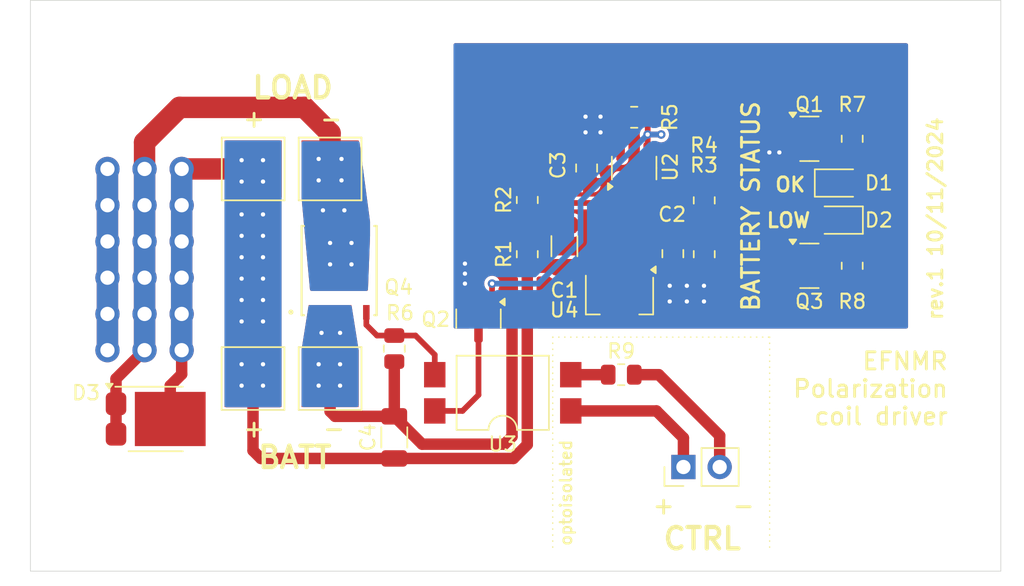
<source format=kicad_pcb>
(kicad_pcb (version 20240108) (generator "pcbnew") (generator_version "8.0")
  (layers (0 "F.Cu" signal) (31 "B.Cu" signal) (34 "B.Paste" user) (35 "F.Paste" user) (36 "B.SilkS" user "B.Silkscreen") (37 "F.SilkS" user "F.Silkscreen") (38 "B.Mask" user) (39 "F.Mask" user) (44 "Edge.Cuts" user))
  (net 0 "")
  (net 1 "BATTERY+")
  (net 2 "BATTERY-")
  (net 3 "+9V")
  (net 4 "BAT_REF")
  (net 5 "+4V5")
  (net 6 "V_DISABLE")
  (net 7 "Net-(Q2-D)")
  (net 8 "GATE_DRIVE")
  (net 9 "Net-(D1-A)")
  (net 10 "Net-(D2-K)")
  (net 11 "Net-(Q1-D)")
  (net 12 "Net-(Q3-D)")
  (net 13 "Net-(R9-Pad1)")
  (net 14 "Net-(J1-Pin_2)")
  (net 15 "Net-(J1-Pin_1)")
  (net 16 "Net-(J3-Pin_1)")
  (net 17 "Net-(J4-Pin_1)")
  (footprint "MountingHole:MountingHole_2.7mm_M2.5" (layer "F.Cu") (at 126.5 103.5)
    (property "Reference" "H3" (hide yes))
    (property "Value" "MountingHole")
    (pad "" np_thru_hole circle (at 0 0) (size 2.7 2.7) (drill 2.7) (layers "*.Cu" "*.Mask"))
  )
  (footprint "Connector_PinHeader_2.54mm:PinHeader_1x06_P2.54mm_Vertical" (layer "F.Cu") (at 105.4 111.813245)
    (property "Reference" "J4" (hide yes))
    (property "Value" "Conn_01x06_Socket")
    (pad "1" thru_hole circle (at 0 0) (size 1.7 1.7) (drill 1) (layers "*.Cu" "*.Mask") (net 17 "Net-(J4-Pin_1)"))
    (pad "2" thru_hole oval (at 0 2.54) (size 1.7 1.7) (drill 1) (layers "*.Cu" "*.Mask") (net 17 "Net-(J4-Pin_1)"))
    (pad "3" thru_hole oval (at 0 5.08) (size 1.7 1.7) (drill 1) (layers "*.Cu" "*.Mask") (net 17 "Net-(J4-Pin_1)"))
    (pad "4" thru_hole oval (at 0 7.62) (size 1.7 1.7) (drill 1) (layers "*.Cu" "*.Mask") (net 17 "Net-(J4-Pin_1)"))
    (pad "5" thru_hole oval (at 0 10.16) (size 1.7 1.7) (drill 1) (layers "*.Cu" "*.Mask") (net 17 "Net-(J4-Pin_1)"))
    (pad "6" thru_hole oval (at 0 12.7) (size 1.7 1.7) (drill 1) (layers "*.Cu" "*.Mask") (net 17 "Net-(J4-Pin_1)"))
  )
  (footprint "Package_TO_SOT_SMD:SOT-23" (layer "F.Cu") (at 154.5875 118.6)
    (property "Reference" "Q3" (at 0 2.5 0) (layer "F.SilkS"))
    (property "Value" "2N7002")
    (fp_line (start 0 -1.56) (end -0.65 -1.56) (stroke (width 0.12)) (layer "F.SilkS"))
    (fp_line (start 0 -1.56) (end 0.65 -1.56) (stroke (width 0.12)) (layer "F.SilkS"))
    (fp_line (start 0 1.56) (end -0.65 1.56) (stroke (width 0.12)) (layer "F.SilkS"))
    (fp_line (start 0 1.56) (end 0.65 1.56) (stroke (width 0.12)) (layer "F.SilkS"))
    (fp_poly (pts (xy -1.1625 -1.51) (xy -1.4025 -1.84) (xy -0.9225 -1.84) (xy -1.1625 -1.51)) (stroke (width 0.12)) (fill solid) (layer "F.SilkS"))
    (pad "1" smd roundrect (at -0.9375 -0.95) (size 1.475 0.6) (layers "F.Cu" "F.Paste" "F.Mask") (net 6 "V_DISABLE"))
    (pad "2" smd roundrect (at -0.9375 0.95) (size 1.475 0.6) (layers "F.Cu" "F.Paste" "F.Mask") (net 2 "BATTERY-"))
    (pad "3" smd roundrect (at 0.9375 0) (size 1.475 0.6) (layers "F.Cu" "F.Paste" "F.Mask") (net 12 "Net-(Q3-D)"))
  )
  (footprint "Package_TO_SOT_SMD:Nexperia_CFP15_SOT-1289" (layer "F.Cu") (at 108.78 129.335)
    (property "Reference" "D3" (at -4.88 -1.835 0) (layer "F.SilkS"))
    (property "Value" "PMEG045T150EIPD")
    (fp_line (start 1.9 -2.26) (end -2.83 -2.26) (stroke (width 0.12)) (layer "F.SilkS"))
    (fp_line (start 1.9 2.26) (end -1.9 2.26) (stroke (width 0.12)) (layer "F.SilkS"))
    (fp_poly (pts (xy -3.25 -2.14) (xy -3.01 -2.47) (xy -3.49 -2.47) (xy -3.25 -2.14)) (stroke (width 0.12)) (fill solid) (layer "F.SilkS"))
    (pad "1" smd roundrect (at -2.78 -1.065 180) (size 1.44 1.6) (layers "F.Cu" "F.Paste" "F.Mask") (net 16 "Net-(J3-Pin_1)"))
    (pad "2" smd roundrect (at -2.78 1.065 180) (size 1.44 1.6) (layers "F.Cu" "F.Paste" "F.Mask") (net 16 "Net-(J3-Pin_1)"))
    (pad "3" smd rect (at 1.02 0 180) (size 4.96 3.8) (layers "F.Cu" "F.Mask") (net 1 "BATTERY+"))
  )
  (footprint "MountingHole:MountingHole_2.7mm_M2.5" (layer "F.Cu") (at 103.5 136.5)
    (property "Reference" "H2" (hide yes))
    (property "Value" "MountingHole")
    (pad "" np_thru_hole circle (at 0 0) (size 2.7 2.7) (drill 2.7) (layers "*.Cu" "*.Mask"))
  )
  (footprint "Package_DIP:SMDIP-4_W9.53mm_Clearance8mm" (layer "F.Cu") (at 133.1 127.5 180)
    (property "Reference" "U3" (at 0 -3.6 180) (layer "F.SilkS"))
    (property "Value" "SFH617A-3X017T")
    (fp_line (start 3.235 2.6) (end 3.235 -2.6) (stroke (width 0.12)) (layer "F.SilkS"))
    (fp_line (start 3.235 -2.6) (end 1 -2.6) (stroke (width 0.12)) (layer "F.SilkS"))
    (fp_line (start -1 -2.6) (end -3.235 -2.6) (stroke (width 0.12)) (layer "F.SilkS"))
    (fp_line (start -3.235 2.6) (end 3.235 2.6) (stroke (width 0.12)) (layer "F.SilkS"))
    (fp_line (start -3.235 -2.6) (end -3.235 2.6) (stroke (width 0.12)) (layer "F.SilkS"))
    (fp_arc (start 1 -2.6) (mid 0 -1.6) (end -1 -2.6) (stroke (width 0.12)) (layer "F.SilkS"))
    (pad "1" smd rect (at -4.765 -1.27 180) (size 1.5 1.78) (layers "F.Cu" "F.Paste" "F.Mask") (net 15 "Net-(J1-Pin_1)"))
    (pad "2" smd rect (at -4.765 1.27 180) (size 1.5 1.78) (layers "F.Cu" "F.Paste" "F.Mask") (net 13 "Net-(R9-Pad1)"))
    (pad "3" smd rect (at 4.765 1.27 180) (size 1.5 1.78) (layers "F.Cu" "F.Paste" "F.Mask") (net 8 "GATE_DRIVE"))
    (pad "4" smd rect (at 4.765 -1.27 180) (size 1.5 1.78) (layers "F.Cu" "F.Paste" "F.Mask") (net 7 "Net-(Q2-D)"))
  )
  (footprint "MountingHole:MountingHole_2.7mm_M2.5" (layer "F.Cu") (at 164.5 136.5)
    (property "Reference" "H4" (hide yes))
    (property "Value" "MountingHole")
    (pad "" np_thru_hole circle (at 0 0) (size 2.7 2.7) (drill 2.7) (layers "*.Cu" "*.Mask"))
  )
  (footprint "Resistor_SMD:R_0805_2012Metric" (layer "F.Cu") (at 157.5875 118.6 -90)
    (property "Reference" "R8" (at 2.5 0 180) (layer "F.SilkS"))
    (property "Value" "10k 125mW 1%")
    (fp_line (start -0.227064 0.735) (end 0.227064 0.735) (stroke (width 0.12)) (layer "F.SilkS"))
    (fp_line (start -0.227064 -0.735) (end 0.227064 -0.735) (stroke (width 0.12)) (layer "F.SilkS"))
    (pad "1" smd roundrect (at -0.9125 0 270) (size 1.025 1.4) (layers "F.Cu" "F.Paste" "F.Mask") (roundrect_rratio 0.243902439) (net 10 "Net-(D2-K)"))
    (pad "2" smd roundrect (at 0.9125 0 270) (size 1.025 1.4) (layers "F.Cu" "F.Paste" "F.Mask") (roundrect_rratio 0.243902439) (net 12 "Net-(Q3-D)"))
  )
  (footprint "MountingHole:MountingHole_2.7mm_M2.5" (layer "F.Cu") (at 103.5 103.5)
    (property "Reference" "H1" (hide yes))
    (property "Value" "MountingHole")
    (pad "" np_thru_hole circle (at 0 0) (size 2.7 2.7) (drill 2.7) (layers "*.Cu" "*.Mask"))
  )
  (footprint "Resistor_SMD:R_0805_2012Metric" (layer "F.Cu") (at 125.5 124.4 -90)
    (property "Reference" "R6" (at -2.5 -0.4 180) (layer "F.SilkS"))
    (property "Value" "10k 125mW 1%")
    (fp_line (start -0.227064 0.735) (end 0.227064 0.735) (stroke (width 0.12)) (layer "F.SilkS"))
    (fp_line (start -0.227064 -0.735) (end 0.227064 -0.735) (stroke (width 0.12)) (layer "F.SilkS"))
    (pad "1" smd roundrect (at -0.9125 0 270) (size 1.025 1.4) (layers "F.Cu" "F.Paste" "F.Mask") (roundrect_rratio 0.243902439) (net 8 "GATE_DRIVE"))
    (pad "2" smd roundrect (at 0.9125 0 270) (size 1.025 1.4) (layers "F.Cu" "F.Paste" "F.Mask") (roundrect_rratio 0.243902439) (net 2 "BATTERY-"))
  )
  (footprint "Connector_PinHeader_2.54mm:PinHeader_1x06_P2.54mm_Vertical" (layer "F.Cu") (at 108 111.813245)
    (property "Reference" "J3" (hide yes))
    (property "Value" "Conn_01x06_Socket")
    (pad "1" thru_hole circle (at 0 0) (size 1.7 1.7) (drill 1) (layers "*.Cu" "*.Mask") (net 16 "Net-(J3-Pin_1)"))
    (pad "2" thru_hole oval (at 0 2.54) (size 1.7 1.7) (drill 1) (layers "*.Cu" "*.Mask") (net 16 "Net-(J3-Pin_1)"))
    (pad "3" thru_hole oval (at 0 5.08) (size 1.7 1.7) (drill 1) (layers "*.Cu" "*.Mask") (net 16 "Net-(J3-Pin_1)"))
    (pad "4" thru_hole oval (at 0 7.62) (size 1.7 1.7) (drill 1) (layers "*.Cu" "*.Mask") (net 16 "Net-(J3-Pin_1)"))
    (pad "5" thru_hole oval (at 0 10.16) (size 1.7 1.7) (drill 1) (layers "*.Cu" "*.Mask") (net 16 "Net-(J3-Pin_1)"))
    (pad "6" thru_hole oval (at 0 12.7) (size 1.7 1.7) (drill 1) (layers "*.Cu" "*.Mask") (net 16 "Net-(J3-Pin_1)"))
  )
  (footprint "MountingHole:MountingHole_2.7mm_M2.5" (layer "F.Cu") (at 126.5 136.5)
    (property "Reference" "H5" (hide yes))
    (property "Value" "MountingHole")
    (pad "" np_thru_hole circle (at 0 0) (size 2.7 2.7) (drill 2.7) (layers "*.Cu" "*.Mask"))
  )
  (footprint "TestPoint:TestPoint_Pad_4.0x4.0mm" (layer "F.Cu") (at 121 111.813245)
    (property "Reference" "TP4" (hide yes))
    (property "Value" "TestPoint")
    (fp_line (start -2.2 -2.2) (end 2.2 -2.2) (stroke (width 0.12)) (layer "F.SilkS"))
    (fp_line (start -2.2 2.2) (end -2.2 -2.2) (stroke (width 0.12)) (layer "F.SilkS"))
    (fp_line (start 2.2 -2.2) (end 2.2 2.2) (stroke (width 0.12)) (layer "F.SilkS"))
    (fp_line (start 2.2 2.2) (end -2.2 2.2) (stroke (width 0.12)) (layer "F.SilkS"))
    (pad "1" smd rect (at 0 0) (size 4 4) (layers "F.Cu" "F.Mask") (net 16 "Net-(J3-Pin_1)") (thermal_bridge_width 2))
  )
  (footprint "MountingHole:MountingHole_2.7mm_M2.5" (layer "F.Cu") (at 164.5 103.5)
    (property "Reference" "H8" (hide yes))
    (property "Value" "MountingHole")
    (pad "" np_thru_hole circle (at 0 0) (size 2.7 2.7) (drill 2.7) (layers "*.Cu" "*.Mask"))
  )
  (footprint "Package_TO_SOT_SMD:SOT-23-5" (layer "F.Cu") (at 142.306606 111.75 90)
    (property "Reference" "U2" (at 0.064297 2.533424 -90) (layer "F.SilkS"))
    (property "Value" "TL331")
    (fp_line (start 0 -1.56) (end 0.8 -1.56) (stroke (width 0.12)) (layer "F.SilkS"))
    (fp_line (start 0 -1.56) (end -0.8 -1.56) (stroke (width 0.12)) (layer "F.SilkS"))
    (fp_line (start 0 1.56) (end 0.8 1.56) (stroke (width 0.12)) (layer "F.SilkS"))
    (fp_line (start 0 1.56) (end -0.8 1.56) (stroke (width 0.12)) (layer "F.SilkS"))
    (fp_poly (pts (xy -1.3 -1.51) (xy -1.54 -1.84) (xy -1.06 -1.84) (xy -1.3 -1.51)) (stroke (width 0.12)) (fill solid) (layer "F.SilkS"))
    (pad "1" smd roundrect (at -1.1375 -0.95 90) (size 1.325 0.6) (layers "F.Cu" "F.Paste" "F.Mask") (net 4 "BAT_REF"))
    (pad "2" smd roundrect (at -1.1375 0 90) (size 1.325 0.6) (layers "F.Cu" "F.Paste" "F.Mask") (net 2 "BATTERY-"))
    (pad "3" smd roundrect (at -1.1375 0.95 90) (size 1.325 0.6) (layers "F.Cu" "F.Paste" "F.Mask") (net 5 "+4V5"))
    (pad "4" smd roundrect (at 1.1375 0.95 90) (size 1.325 0.6) (layers "F.Cu" "F.Paste" "F.Mask") (net 6 "V_DISABLE"))
    (pad "5" smd roundrect (at 1.1375 -0.95 90) (size 1.325 0.6) (layers "F.Cu" "F.Paste" "F.Mask") (net 3 "+9V"))
  )
  (footprint "TestPoint:TestPoint_Pad_4.0x4.0mm" (layer "F.Cu") (at 115.6 126.5)
    (property "Reference" "TP1" (hide yes))
    (property "Value" "TestPoint")
    (fp_line (start -2.2 -2.2) (end 2.2 -2.2) (stroke (width 0.12)) (layer "F.SilkS"))
    (fp_line (start -2.2 2.2) (end -2.2 -2.2) (stroke (width 0.12)) (layer "F.SilkS"))
    (fp_line (start 2.2 -2.2) (end 2.2 2.2) (stroke (width 0.12)) (layer "F.SilkS"))
    (fp_line (start 2.2 2.2) (end -2.2 2.2) (stroke (width 0.12)) (layer "F.SilkS"))
    (pad "1" smd rect (at 0 0) (size 4 4) (layers "F.Cu" "F.Mask") (net 1 "BATTERY+"))
  )
  (footprint "Resistor_SMD:R_0805_2012Metric" (layer "F.Cu") (at 134.81875 113.9875 90)
    (property "Reference" "R2" (at 0 -1.65 -90) (layer "F.SilkS"))
    (property "Value" "4k7 125mW 5%")
    (fp_line (start -0.227064 -0.735) (end 0.227064 -0.735) (stroke (width 0.12)) (layer "F.SilkS"))
    (fp_line (start -0.227064 0.735) (end 0.227064 0.735) (stroke (width 0.12)) (layer "F.SilkS"))
    (pad "1" smd roundrect (at -0.9125 0 90) (size 1.025 1.4) (layers "F.Cu" "F.Paste" "F.Mask") (roundrect_rratio 0.243902439) (net 4 "BAT_REF"))
    (pad "2" smd roundrect (at 0.9125 0 90) (size 1.025 1.4) (layers "F.Cu" "F.Paste" "F.Mask") (roundrect_rratio 0.243902439) (net 2 "BATTERY-"))
  )
  (footprint "Package_TO_SOT_SMD:SOT-23" (layer "F.Cu") (at 131.4 122.3 -90)
    (property "Reference" "Q2" (at 0.05 3 180) (layer "F.SilkS"))
    (property "Value" "BSS84")
    (fp_line (start 0 1.56) (end -0.65 1.56) (stroke (width 0.12)) (layer "F.SilkS"))
    (fp_line (start 0 1.56) (end 0.65 1.56) (stroke (width 0.12)) (layer "F.SilkS"))
    (fp_line (start 0 -1.56) (end -0.65 -1.56) (stroke (width 0.12)) (layer "F.SilkS"))
    (fp_line (start 0 -1.56) (end 0.65 -1.56) (stroke (width 0.12)) (layer "F.SilkS"))
    (fp_poly (pts (xy -1.1625 -1.51) (xy -1.4025 -1.84) (xy -0.9225 -1.84) (xy -1.1625 -1.51)) (stroke (width 0.12)) (fill solid) (layer "F.SilkS"))
    (pad "1" smd roundrect (at -0.9375 -0.95 270) (size 1.475 0.6) (layers "F.Cu" "F.Paste" "F.Mask") (net 6 "V_DISABLE"))
    (pad "2" smd roundrect (at -0.9375 0.95 270) (size 1.475 0.6) (layers "F.Cu" "F.Paste" "F.Mask") (net 3 "+9V"))
    (pad "3" smd roundrect (at 0.9375 0 270) (size 1.475 0.6) (layers "F.Cu" "F.Paste" "F.Mask") (net 7 "Net-(Q2-D)"))
  )
  (footprint "Package_TO_SOT_SMD:SOT-23" (layer "F.Cu") (at 154.5875 109.7)
    (property "Reference" "Q1" (at 0 -2.4 0) (layer "F.SilkS"))
    (property "Value" "BSS84")
    (fp_line (start 0 -1.56) (end -0.65 -1.56) (stroke (width 0.12)) (layer "F.SilkS"))
    (fp_line (start 0 -1.56) (end 0.65 -1.56) (stroke (width 0.12)) (layer "F.SilkS"))
    (fp_line (start 0 1.56) (end -0.65 1.56) (stroke (width 0.12)) (layer "F.SilkS"))
    (fp_line (start 0 1.56) (end 0.65 1.56) (stroke (width 0.12)) (layer "F.SilkS"))
    (fp_poly (pts (xy -1.1625 -1.51) (xy -1.4025 -1.84) (xy -0.9225 -1.84) (xy -1.1625 -1.51)) (stroke (width 0.12)) (fill solid) (layer "F.SilkS"))
    (pad "1" smd roundrect (at -0.9375 -0.95) (size 1.475 0.6) (layers "F.Cu" "F.Paste" "F.Mask") (net 6 "V_DISABLE"))
    (pad "2" smd roundrect (at -0.9375 0.95) (size 1.475 0.6) (layers "F.Cu" "F.Paste" "F.Mask") (net 3 "+9V"))
    (pad "3" smd roundrect (at 0.9375 0) (size 1.475 0.6) (layers "F.Cu" "F.Paste" "F.Mask") (net 11 "Net-(Q1-D)"))
  )
  (footprint "Resistor_SMD:R_0805_2012Metric" (layer "F.Cu") (at 134.81875 117.7875 90)
    (property "Reference" "R1" (at 0 -1.65 -90) (layer "F.SilkS"))
    (property "Value" "10k 125mW 1%")
    (fp_line (start -0.227064 -0.735) (end 0.227064 -0.735) (stroke (width 0.12)) (layer "F.SilkS"))
    (fp_line (start -0.227064 0.735) (end 0.227064 0.735) (stroke (width 0.12)) (layer "F.SilkS"))
    (pad "1" smd roundrect (at -0.9125 0 90) (size 1.025 1.4) (layers "F.Cu" "F.Paste" "F.Mask") (roundrect_rratio 0.243902439) (net 1 "BATTERY+"))
    (pad "2" smd roundrect (at 0.9125 0 90) (size 1.025 1.4) (layers "F.Cu" "F.Paste" "F.Mask") (roundrect_rratio 0.243902439) (net 4 "BAT_REF"))
  )
  (footprint "Connector_PinHeader_2.54mm:PinHeader_1x02_P2.54mm_Vertical" (layer "F.Cu") (at 145.76 132.7 90)
    (property "Reference" "J1" (hide yes))
    (property "Value" "Conn_01x02")
    (fp_line (start -1.33 -1.33) (end 0 -1.33) (stroke (width 0.12)) (layer "F.SilkS"))
    (fp_line (start -1.33 0) (end -1.33 -1.33) (stroke (width 0.12)) (layer "F.SilkS"))
    (fp_line (start 1.33 1.27) (end 1.33 3.87) (stroke (width 0.12)) (layer "F.SilkS"))
    (fp_line (start -1.33 1.27) (end 1.33 1.27) (stroke (width 0.12)) (layer "F.SilkS"))
    (fp_line (start -1.33 1.27) (end -1.33 3.87) (stroke (width 0.12)) (layer "F.SilkS"))
    (fp_line (start -1.33 3.87) (end 1.33 3.87) (stroke (width 0.12)) (layer "F.SilkS"))
    (pad "1" thru_hole rect (at 0 0 90) (size 1.7 1.7) (drill 1) (layers "*.Cu" "*.Mask") (net 15 "Net-(J1-Pin_1)"))
    (pad "2" thru_hole oval (at 0 2.54 90) (size 1.7 1.7) (drill 1) (layers "*.Cu" "*.Mask") (net 14 "Net-(J1-Pin_2)"))
  )
  (footprint "Capacitor_SMD:C_1206_3216Metric" (layer "F.Cu") (at 137.41875 117.225 90)
    (property "Reference" "C1" (at -3.090937 0 0) (layer "F.SilkS"))
    (property "Value" "330n 25V X7R")
    (fp_line (start -0.711252 -0.91) (end 0.711252 -0.91) (stroke (width 0.12)) (layer "F.SilkS"))
    (fp_line (start -0.711252 0.91) (end 0.711252 0.91) (stroke (width 0.12)) (layer "F.SilkS"))
    (pad "1" smd roundrect (at -1.475 0 90) (size 1.15 1.8) (layers "F.Cu" "F.Paste" "F.Mask") (roundrect_rratio 0.2173913043) (net 1 "BATTERY+"))
    (pad "2" smd roundrect (at 1.475 0 90) (size 1.15 1.8) (layers "F.Cu" "F.Paste" "F.Mask") (roundrect_rratio 0.2173913043) (net 2 "BATTERY-"))
  )
  (footprint "Capacitor_SMD:C_1206_3216Metric" (layer "F.Cu") (at 125.5 130.625 90)
    (property "Reference" "C4" (at 0 -1.85 -90) (layer "F.SilkS"))
    (property "Value" "10u 50V X5R")
    (fp_line (start -0.711252 -0.91) (end 0.711252 -0.91) (stroke (width 0.12)) (layer "F.SilkS"))
    (fp_line (start -0.711252 0.91) (end 0.711252 0.91) (stroke (width 0.12)) (layer "F.SilkS"))
    (pad "1" smd roundrect (at -1.475 0 90) (size 1.15 1.8) (layers "F.Cu" "F.Paste" "F.Mask") (roundrect_rratio 0.2173913043) (net 1 "BATTERY+"))
    (pad "2" smd roundrect (at 1.475 0 90) (size 1.15 1.8) (layers "F.Cu" "F.Paste" "F.Mask") (roundrect_rratio 0.2173913043) (net 2 "BATTERY-"))
  )
  (footprint "MountingHole:MountingHole_2.7mm_M2.5" (layer "F.Cu") (at 110 136.5)
    (property "Reference" "H7" (hide yes))
    (property "Value" "MountingHole")
    (pad "" np_thru_hole circle (at 0 0) (size 2.7 2.7) (drill 2.7) (layers "*.Cu" "*.Mask"))
  )
  (footprint "LED_SMD:LED_0805_2012Metric" (layer "F.Cu") (at 156.65 115.4 180)
    (property "Reference" "D2" (at -2.8 0 180) (layer "F.SilkS"))
    (property "Value" "RED LED")
    (fp_line (start 1 -0.96) (end -1.685 -0.96) (stroke (width 0.12)) (layer "F.SilkS"))
    (fp_line (start -1.685 0.96) (end 1 0.96) (stroke (width 0.12)) (layer "F.SilkS"))
    (fp_line (start -1.685 -0.96) (end -1.685 0.96) (stroke (width 0.12)) (layer "F.SilkS"))
    (pad "1" smd roundrect (at -0.9375 0 180) (size 0.975 1.4) (layers "F.Cu" "F.Paste" "F.Mask") (net 10 "Net-(D2-K)"))
    (pad "2" smd roundrect (at 0.9375 0 180) (size 0.975 1.4) (layers "F.Cu" "F.Paste" "F.Mask") (net 3 "+9V"))
  )
  (footprint "Resistor_SMD:R_0805_2012Metric" (layer "F.Cu") (at 157.5875 109.7 -90)
    (property "Reference" "R7" (at -2.4 0 180) (layer "F.SilkS"))
    (property "Value" "10k 125mW 1%")
    (fp_line (start -0.227064 0.735) (end 0.227064 0.735) (stroke (width 0.12)) (layer "F.SilkS"))
    (fp_line (start -0.227064 -0.735) (end 0.227064 -0.735) (stroke (width 0.12)) (layer "F.SilkS"))
    (pad "1" smd roundrect (at -0.9125 0 270) (size 1.025 1.4) (layers "F.Cu" "F.Paste" "F.Mask") (roundrect_rratio 0.243902439) (net 11 "Net-(Q1-D)"))
    (pad "2" smd roundrect (at 0.9125 0 270) (size 1.025 1.4) (layers "F.Cu" "F.Paste" "F.Mask") (roundrect_rratio 0.243902439) (net 9 "Net-(D1-A)"))
  )
  (footprint "Resistor_SMD:R_0805_2012Metric" (layer "F.Cu") (at 147.21875 114.015937 90)
    (property "Reference" "R4" (at 3.865937 -0.01875 0) (layer "F.SilkS"))
    (property "Value" "10k 125mW 1%")
    (fp_line (start -0.227064 -0.735) (end 0.227064 -0.735) (stroke (width 0.12)) (layer "F.SilkS"))
    (fp_line (start -0.227064 0.735) (end 0.227064 0.735) (stroke (width 0.12)) (layer "F.SilkS"))
    (pad "1" smd roundrect (at -0.9125 0 90) (size 1.025 1.4) (layers "F.Cu" "F.Paste" "F.Mask") (roundrect_rratio 0.243902439) (net 5 "+4V5"))
    (pad "2" smd roundrect (at 0.9125 0 90) (size 1.025 1.4) (layers "F.Cu" "F.Paste" "F.Mask") (roundrect_rratio 0.243902439) (net 2 "BATTERY-"))
  )
  (footprint "Resistor_SMD:R_0805_2012Metric" (layer "F.Cu") (at 141.4 126.23)
    (property "Reference" "R9" (at 0 -1.65 0) (layer "F.SilkS"))
    (property "Value" "560R 125mW 0.1%")
    (fp_line (start -0.227064 -0.735) (end 0.227064 -0.735) (stroke (width 0.12)) (layer "F.SilkS"))
    (fp_line (start -0.227064 0.735) (end 0.227064 0.735) (stroke (width 0.12)) (layer "F.SilkS"))
    (pad "1" smd roundrect (at -0.9125 0) (size 1.025 1.4) (layers "F.Cu" "F.Paste" "F.Mask") (roundrect_rratio 0.243902439) (net 13 "Net-(R9-Pad1)"))
    (pad "2" smd roundrect (at 0.9125 0) (size 1.025 1.4) (layers "F.Cu" "F.Paste" "F.Mask") (roundrect_rratio 0.243902439) (net 14 "Net-(J1-Pin_2)"))
  )
  (footprint "Capacitor_SMD:C_0805_2012Metric" (layer "F.Cu") (at 145.01875 117.75 90)
    (property "Reference" "C2" (at 2.75 -0.051702 0) (layer "F.SilkS"))
    (property "Value" "100n 25V X7R")
    (fp_line (start -0.261252 -0.735) (end 0.261252 -0.735) (stroke (width 0.12)) (layer "F.SilkS"))
    (fp_line (start -0.261252 0.735) (end 0.261252 0.735) (stroke (width 0.12)) (layer "F.SilkS"))
    (pad "1" smd roundrect (at -0.95 0 90) (size 1 1.45) (layers "F.Cu" "F.Paste" "F.Mask") (net 3 "+9V"))
    (pad "2" smd roundrect (at 0.95 0 90) (size 1 1.45) (layers "F.Cu" "F.Paste" "F.Mask") (net 2 "BATTERY-"))
  )
  (footprint "TestPoint:TestPoint_Pad_4.0x4.0mm" (layer "F.Cu") (at 121 126.5)
    (property "Reference" "TP2" (hide yes))
    (property "Value" "TestPoint")
    (fp_line (start -2.2 -2.2) (end 2.2 -2.2) (stroke (width 0.12)) (layer "F.SilkS"))
    (fp_line (start -2.2 2.2) (end -2.2 -2.2) (stroke (width 0.12)) (layer "F.SilkS"))
    (fp_line (start 2.2 -2.2) (end 2.2 2.2) (stroke (width 0.12)) (layer "F.SilkS"))
    (fp_line (start 2.2 2.2) (end -2.2 2.2) (stroke (width 0.12)) (layer "F.SilkS"))
    (pad "1" smd rect (at 0 0) (size 4 4) (layers "F.Cu" "F.Mask") (net 2 "BATTERY-") (thermal_bridge_width 2))
  )
  (footprint "Connector_PinHeader_2.54mm:PinHeader_1x06_P2.54mm_Vertical" (layer "F.Cu") (at 110.6 111.813245)
    (property "Reference" "J2" (hide yes))
    (property "Value" "Conn_01x06_Socket")
    (pad "1" thru_hole circle (at 0 0) (size 1.7 1.7) (drill 1) (layers "*.Cu" "*.Mask") (net 1 "BATTERY+"))
    (pad "2" thru_hole oval (at 0 2.54) (size 1.7 1.7) (drill 1) (layers "*.Cu" "*.Mask") (net 1 "BATTERY+"))
    (pad "3" thru_hole oval (at 0 5.08) (size 1.7 1.7) (drill 1) (layers "*.Cu" "*.Mask") (net 1 "BATTERY+"))
    (pad "4" thru_hole oval (at 0 7.62) (size 1.7 1.7) (drill 1) (layers "*.Cu" "*.Mask") (net 1 "BATTERY+"))
    (pad "5" thru_hole oval (at 0 10.16) (size 1.7 1.7) (drill 1) (layers "*.Cu" "*.Mask") (net 1 "BATTERY+"))
    (pad "6" thru_hole oval (at 0 12.7) (size 1.7 1.7) (drill 1) (layers "*.Cu" "*.Mask") (net 1 "BATTERY+"))
  )
  (footprint "Capacitor_SMD:C_0805_2012Metric" (layer "F.Cu") (at 138.975852 111.75 -90)
    (property "Reference" "C3" (at -0.1929 2.009382 90) (layer "F.SilkS"))
    (property "Value" "100n 25V X7R")
    (fp_line (start -0.261252 0.735) (end 0.261252 0.735) (stroke (width 0.12)) (layer "F.SilkS"))
    (fp_line (start -0.261252 -0.735) (end 0.261252 -0.735) (stroke (width 0.12)) (layer "F.SilkS"))
    (pad "1" smd roundrect (at -0.95 0 270) (size 1 1.45) (layers "F.Cu" "F.Paste" "F.Mask") (net 3 "+9V"))
    (pad "2" smd roundrect (at 0.95 0 270) (size 1 1.45) (layers "F.Cu" "F.Paste" "F.Mask") (net 2 "BATTERY-"))
  )
  (footprint "LED_SMD:LED_0805_2012Metric" (layer "F.Cu") (at 156.65 112.8)
    (property "Reference" "D1" (at 2.8 0 0) (layer "F.SilkS"))
    (property "Value" "GREEN LED")
    (fp_line (start -1.685 -0.96) (end -1.685 0.96) (stroke (width 0.12)) (layer "F.SilkS"))
    (fp_line (start -1.685 0.96) (end 1 0.96) (stroke (width 0.12)) (layer "F.SilkS"))
    (fp_line (start 1 -0.96) (end -1.685 -0.96) (stroke (width 0.12)) (layer "F.SilkS"))
    (pad "1" smd roundrect (at -0.9375 0) (size 0.975 1.4) (layers "F.Cu" "F.Paste" "F.Mask") (net 2 "BATTERY-"))
    (pad "2" smd roundrect (at 0.9375 0) (size 0.975 1.4) (layers "F.Cu" "F.Paste" "F.Mask") (net 9 "Net-(D1-A)"))
  )
  (footprint "TestPoint:TestPoint_Pad_4.0x4.0mm" (layer "F.Cu") (at 115.61 111.813245)
    (property "Reference" "TP3" (hide yes))
    (property "Value" "TestPoint")
    (fp_line (start -2.2 -2.2) (end 2.2 -2.2) (stroke (width 0.12)) (layer "F.SilkS"))
    (fp_line (start -2.2 2.2) (end -2.2 -2.2) (stroke (width 0.12)) (layer "F.SilkS"))
    (fp_line (start 2.2 -2.2) (end 2.2 2.2) (stroke (width 0.12)) (layer "F.SilkS"))
    (fp_line (start 2.2 2.2) (end -2.2 2.2) (stroke (width 0.12)) (layer "F.SilkS"))
    (pad "1" smd rect (at 0 0) (size 4 4) (layers "F.Cu" "F.Mask") (net 1 "BATTERY+"))
  )
  (footprint "Resistor_SMD:R_0805_2012Metric" (layer "F.Cu") (at 147.21875 117.7875 90)
    (property "Reference" "R3" (at 6.2375 -0.01875 0) (layer "F.SilkS"))
    (property "Value" "10k 125mW 1%")
    (fp_line (start -0.227064 -0.735) (end 0.227064 -0.735) (stroke (width 0.12)) (layer "F.SilkS"))
    (fp_line (start -0.227064 0.735) (end 0.227064 0.735) (stroke (width 0.12)) (layer "F.SilkS"))
    (pad "1" smd roundrect (at -0.9125 0 90) (size 1.025 1.4) (layers "F.Cu" "F.Paste" "F.Mask") (roundrect_rratio 0.243902439) (net 3 "+9V"))
    (pad "2" smd roundrect (at 0.9125 0 90) (size 1.025 1.4) (layers "F.Cu" "F.Paste" "F.Mask") (roundrect_rratio 0.243902439) (net 5 "+4V5"))
  )
  (footprint "MountingHole:MountingHole_2.7mm_M2.5" (layer "F.Cu") (at 110 103.5)
    (property "Reference" "H6" (hide yes))
    (property "Value" "MountingHole")
    (pad "" np_thru_hole circle (at 0 0) (size 2.7 2.7) (drill 2.7) (layers "*.Cu" "*.Mask"))
  )
  (footprint "Resistor_SMD:R_0805_2012Metric" (layer "F.Cu") (at 142.308811 108.191189)
    (property "Reference" "R5" (at 2.5 0 90) (layer "F.SilkS"))
    (property "Value" "10k 125mW 1%")
    (fp_line (start -0.227064 -0.735) (end 0.227064 -0.735) (stroke (width 0.12)) (layer "F.SilkS"))
    (fp_line (start -0.227064 0.735) (end 0.227064 0.735) (stroke (width 0.12)) (layer "F.SilkS"))
    (pad "1" smd roundrect (at -0.9125 0) (size 1.025 1.4) (layers "F.Cu" "F.Paste" "F.Mask") (roundrect_rratio 0.243902439) (net 3 "+9V"))
    (pad "2" smd roundrect (at 0.9125 0) (size 1.025 1.4) (layers "F.Cu" "F.Paste" "F.Mask") (roundrect_rratio 0.243902439) (net 6 "V_DISABLE"))
  )
  (footprint "Transformer_SMD:SI7469ADP-T1-RE3_VIS" (layer "F.Cu") (at 121.635 118.935045 90)
    (property "Reference" "Q4" (at -1.164955 4.165 0) (layer "F.SilkS"))
    (property "Value" "SIR638ADP-T1-RE3")
    (fp_line (start 3.1242 -2.6289) (end -3.1242 -2.6289) (stroke (width 0.1524)) (layer "F.SilkS"))
    (fp_line (start -3.1242 -2.6289) (end -3.1242 -2.46634) (stroke (width 0.1524)) (layer "F.SilkS"))
    (fp_line (start 3.1242 -2.46634) (end 3.1242 -2.6289) (stroke (width 0.1524)) (layer "F.SilkS"))
    (fp_line (start -3.1242 2.46634) (end -3.1242 2.6289) (stroke (width 0.1524)) (layer "F.SilkS"))
    (fp_line (start 3.1242 2.6289) (end 3.1242 2.46634) (stroke (width 0.1524)) (layer "F.SilkS"))
    (fp_line (start -3.1242 2.6289) (end 3.1242 2.6289) (stroke (width 0.1524)) (layer "F.SilkS"))
    (fp_circle (center -2.91 -3.38) (end -2.8084 -3.38) (stroke (width 0.1524)) (fill none) (layer "F.SilkS"))
    (pad "1" smd rect (at -2.9218 -1.905 90) (size 1.016 0.4572) (layers "F.Cu" "F.Paste" "F.Mask") (net 2 "BATTERY-"))
    (pad "2" smd rect (at -2.9218 -0.635 90) (size 1.016 0.4572) (layers "F.Cu" "F.Paste" "F.Mask") (net 2 "BATTERY-"))
    (pad "3" smd rect (at -2.9218 0.635 90) (size 1.016 0.4572) (layers "F.Cu" "F.Paste" "F.Mask") (net 2 "BATTERY-"))
    (pad "4" smd rect (at -2.9218 1.905 90) (size 1.016 0.4572) (layers "F.Cu" "F.Paste" "F.Mask") (net 8 "GATE_DRIVE"))
    (pad "5" smd rect (at 0.5 0 90) (size 3.835 3.988) (layers "F.Cu" "F.Paste" "F.Mask") (net 16 "Net-(J3-Pin_1)"))
    (pad "5" smd rect (at 2.9218 1.905 90) (size 1.016 0.4572) (layers "F.Cu" "F.Paste" "F.Mask") (net 16 "Net-(J3-Pin_1)"))
    (pad "6" smd rect (at 2.9218 0.635 90) (size 1.016 0.4572) (layers "F.Cu" "F.Paste" "F.Mask") (net 16 "Net-(J3-Pin_1)"))
    (pad "7" smd rect (at 2.9218 -0.635 90) (size 1.016 0.4572) (layers "F.Cu" "F.Paste" "F.Mask") (net 16 "Net-(J3-Pin_1)"))
    (pad "8" smd rect (at 2.9218 -1.905 90) (size 1.016 0.4572) (layers "F.Cu" "F.Paste" "F.Mask") (net 16 "Net-(J3-Pin_1)"))
  )
  (footprint "Package_TO_SOT_SMD:SOT-89-3" (layer "F.Cu") (at 141.28125 120.65 -90)
    (property "Reference" "U4" (at 1.05 3.88125 180) (layer "F.SilkS"))
    (property "Value" "L78L09_SOT89")
    (fp_line (start 1.36 2.36) (end -1.36 2.36) (stroke (width 0.12)) (layer "F.SilkS"))
    (fp_line (start 1.36 1.38) (end 1.36 2.36) (stroke (width 0.12)) (layer "F.SilkS"))
    (fp_line (start 1.36 -1.38) (end 1.36 -2.36) (stroke (width 0.12)) (layer "F.SilkS"))
    (fp_line (start -1.22 -2.36) (end 1.36 -2.36) (stroke (width 0.12)) (layer "F.SilkS"))
    (fp_poly (pts (xy -1.77 -2.21) (xy -2.01 -2.54) (xy -1.53 -2.54) (xy -1.77 -2.21)) (stroke (width 0.12)) (fill solid) (layer "F.SilkS"))
    (pad "1" smd roundrect (at -1.95 -1.5 270) (size 1.3 0.9) (layers "F.Cu" "F.Paste" "F.Mask") (net 3 "+9V"))
    (pad "2" smd custom (at -1.8625 0 270) (size 1.475 0.9) (layers "F.Cu" "F.Paste" "F.Mask") (net 2 "BATTERY-") (options (clearance outline) (anchor rect)) (primitives (gr_poly (pts (xy 3.8625 0.8665) (xy 0.7375 0.8665) (xy 0.7375 -0.8665) (xy 3.8625 -0.8665)) (width 0) (fill yes))))
    (pad "3" smd roundrect (at -1.95 1.5 270) (size 1.3 0.9) (layers "F.Cu" "F.Paste" "F.Mask") (net 1 "BATTERY+"))
  )
  (gr_line (start 136.6 123.6) (end 136.6 138.6) (stroke (width 0.1) (type dot)) (layer "F.SilkS"))
  (gr_line (start 136.6 123.6) (end 151.8 123.6) (stroke (width 0.1) (type dot)) (layer "F.SilkS"))
  (gr_line (start 151.8 123.6) (end 151.8 138.6) (stroke (width 0.1) (type dot)) (layer "F.SilkS"))
  (gr_rect (start 100 100) (end 168 140) (stroke (width 0.05)) (fill none) (layer "Edge.Cuts"))
  (gr_text "BATT" (at 115.8 132.9 0) (layer "F.SilkS") (effects (font (size 1.5 1.5) (thickness 0.3) (bold yes)) (justify left bottom)))
  (gr_text "+" (at 114.8 108.986755 0) (layer "F.SilkS") (effects (font (size 1.2 1.2) (thickness 0.2)) (justify left bottom)))
  (gr_text "OK" (at 152.0875 113.5 0) (layer "F.SilkS") (effects (font (size 1 1) (thickness 0.2)) (justify left bottom)))
  (gr_text "CTRL" (at 144.2 138.6 0) (layer "F.SilkS") (effects (font (size 1.5 1.5) (thickness 0.3) (bold yes)) (justify left bottom)))
  (gr_text "LOAD" (at 115.4 107 0) (layer "F.SilkS") (effects (font (size 1.5 1.5) (thickness 0.3) (bold yes)) (justify left bottom)))
  (gr_text "-" (at 120.4 130.7 0) (layer "F.SilkS") (effects (font (size 1.2 1.2) (thickness 0.2)) (justify left bottom)))
  (gr_text "EFNMR\nPolarization\ncoil driver" (at 164.4 129.85 0) (layer "F.SilkS") (effects (font (size 1.2 1.2) (thickness 0.2)) (justify right bottom)))
  (gr_text "+" (at 114.8 130.7 0) (layer "F.SilkS") (effects (font (size 1.2 1.2) (thickness 0.2)) (justify left bottom)))
  (gr_text "optoisolated" (at 138 138.3 90) (layer "F.SilkS") (effects (font (size 0.8 0.8) (thickness 0.15) (bold yes)) (justify left bottom)))
  (gr_text "BATTERY STATUS" (at 151.1875 121.9 90) (layer "F.SilkS") (effects (font (size 1.2 1.2) (thickness 0.2)) (justify left bottom)))
  (gr_text "+" (at 143.5 136.1 0) (layer "F.SilkS") (effects (font (size 1.2 1.2) (thickness 0.2)) (justify left bottom)))
  (gr_text "rev.1 10/11/2024" (at 164 122.5 90) (layer "F.SilkS") (effects (font (size 1 1) (thickness 0.2) (bold yes)) (justify left bottom)))
  (gr_text "-" (at 149.1 136.1 0) (layer "F.SilkS") (effects (font (size 1.2 1.2) (thickness 0.2)) (justify left bottom)))
  (gr_text "LOW" (at 151.4875 116 0) (layer "F.SilkS") (effects (font (size 1 1) (thickness 0.2)) (justify left bottom)))
  (gr_text "-" (at 120.2 109 0) (layer "F.SilkS") (effects (font (size 1.2 1.2) (thickness 0.2)) (justify left bottom)))
  (segment (start 110.6 124.513245) (end 110.6 121.973245) (width 1.5) (layer "F.Cu") (net 1))
  (segment (start 115 127) (end 115.6 126.5) (width 0.8) (layer "F.Cu") (net 1))
  (segment (start 134.81875 131.13125) (end 133.85 132.1) (width 0.8) (layer "F.Cu") (net 1))
  (segment (start 110.6 119.433245) (end 110.6 121.973245) (width 1.5) (layer "F.Cu") (net 1))
  (segment (start 139.78125 118.7) (end 137.41875 118.7) (width 0.8) (layer "F.Cu") (net 1))
  (segment (start 133.85 132.1) (end 116.15 132.1) (width 0.8) (layer "F.Cu") (net 1))
  (segment (start 115.61 111.813245) (end 110.6 111.813245) (width 1.5) (layer "F.Cu") (net 1))
  (segment (start 116.15 132.1) (end 115.6 131.55) (width 0.8) (layer "F.Cu") (net 1))
  (segment (start 115.6 131.55) (end 115.6 126.5) (width 0.8) (layer "F.Cu") (net 1))
  (segment (start 137.41875 118.7) (end 134.81875 118.7) (width 0.8) (layer "F.Cu") (net 1))
  (segment (start 110.6 114.353245) (end 110.6 116.893245) (width 1.5) (layer "F.Cu") (net 1))
  (segment (start 109.8 129.335) (end 109.8 127) (width 0.8) (layer "F.Cu") (net 1))
  (segment (start 109.8 127) (end 110.6 126.2) (width 0.8) (layer "F.Cu") (net 1))
  (segment (start 110.6 111.813245) (end 110.6 114.353245) (width 1.5) (layer "F.Cu") (net 1))
  (segment (start 110.6 116.893245) (end 110.6 119.433245) (width 1.5) (layer "F.Cu") (net 1))
  (segment (start 115.61 126.49) (end 115.6 126.5) (width 0.8) (layer "F.Cu") (net 1))
  (segment (start 134.81875 118.7) (end 134.81875 131.13125) (width 0.8) (layer "F.Cu") (net 1))
  (segment (start 110.6 126.2) (end 110.6 124.513245) (width 0.8) (layer "F.Cu") (net 1))
  (via (at 116.3 118) (size 0.6) (drill 0.3) (layers "F.Cu" "B.Cu") (net 1))
  (via (at 114.8 115) (size 0.6) (drill 0.3) (layers "F.Cu" "B.Cu") (net 1))
  (via (at 116.3 121) (size 0.6) (drill 0.3) (layers "F.Cu" "B.Cu") (net 1))
  (via (at 116.3 125.5) (size 0.6) (drill 0.3) (layers "F.Cu" "B.Cu") (net 1))
  (via (at 116.3 116.5) (size 0.6) (drill 0.3) (layers "F.Cu" "B.Cu") (net 1))
  (via (at 116.3 119.5) (size 0.6) (drill 0.3) (layers "F.Cu" "B.Cu") (net 1))
  (via (at 114.8 112.7) (size 0.6) (drill 0.3) (layers "F.Cu" "B.Cu") (net 1))
  (via (at 114.8 121) (size 0.6) (drill 0.3) (layers "F.Cu" "B.Cu") (net 1))
  (via (at 114.8 116.5) (size 0.6) (drill 0.3) (layers "F.Cu" "B.Cu") (net 1))
  (via (at 114.8 119.5) (size 0.6) (drill 0.3) (layers "F.Cu" "B.Cu") (net 1))
  (via (at 114.8 127) (size 0.6) (drill 0.3) (layers "F.Cu" "B.Cu") (net 1))
  (via (at 116.3 127) (size 0.6) (drill 0.3) (layers "F.Cu" "B.Cu") (net 1))
  (via (at 116.3 111.2) (size 0.6) (drill 0.3) (layers "F.Cu" "B.Cu") (net 1))
  (via (at 114.8 111.2) (size 0.6) (drill 0.3) (layers "F.Cu" "B.Cu") (net 1))
  (via (at 114.8 122.5) (size 0.6) (drill 0.3) (layers "F.Cu" "B.Cu") (net 1))
  (via (at 114.8 118) (size 0.6) (drill 0.3) (layers "F.Cu" "B.Cu") (net 1))
  (via (at 116.3 115) (size 0.6) (drill 0.3) (layers "F.Cu" "B.Cu") (net 1))
  (via (at 116.3 122.5) (size 0.6) (drill 0.3) (layers "F.Cu" "B.Cu") (net 1))
  (via (at 116.3 112.7) (size 0.6) (drill 0.3) (layers "F.Cu" "B.Cu") (net 1))
  (via (at 114.8 125.5) (size 0.6) (drill 0.3) (layers "F.Cu" "B.Cu") (net 1))
  (segment (start 110.6 114.353245) (end 110.6 111.813245) (width 1.5) (layer "B.Cu") (net 1))
  (segment (start 110.6 116.893245) (end 110.6 114.353245) (width 1.5) (layer "B.Cu") (net 1))
  (segment (start 110.6 124.513245) (end 110.6 121.973245) (width 1.5) (layer "B.Cu") (net 1))
  (segment (start 110.6 119.433245) (end 110.6 116.893245) (width 1.5) (layer "B.Cu") (net 1))
  (segment (start 110.6 121.973245) (end 110.6 119.433245) (width 1.5) (layer "B.Cu") (net 1))
  (segment (start 133.21875 131.1) (end 133.75 130.56875) (width 0.8) (layer "F.Cu") (net 2))
  (segment (start 121 128.8) (end 121.35 129.15) (width 0.8) (layer "F.Cu") (net 2))
  (segment (start 121 126.5) (end 121.5 127) (width 0.8) (layer "F.Cu") (net 2))
  (segment (start 125.5 125.3125) (end 125.5 129.15) (width 0.8) (layer "F.Cu") (net 2))
  (segment (start 127.45 131.1) (end 125.5 129.15) (width 0.8) (layer "F.Cu") (net 2))
  (segment (start 141.75 116.8) (end 140.7 115.75) (width 0.8) (layer "F.Cu") (net 2))
  (segment (start 133.21875 131.1) (end 127.45 131.1) (width 0.8) (layer "F.Cu") (net 2))
  (segment (start 140.7 115.75) (end 137.41875 115.75) (width 0.8) (layer "F.Cu") (net 2))
  (segment (start 133.75 130.56875) (end 133.75 121.45) (width 0.8) (layer "F.Cu") (net 2))
  (segment (start 145.01875 116.8) (end 141.75 116.8) (width 0.8) (layer "F.Cu") (net 2))
  (segment (start 121.35 129.15) (end 125.5 129.15) (width 0.8) (layer "F.Cu") (net 2))
  (segment (start 121 128.8) (end 121 126.5) (width 0.8) (layer "F.Cu") (net 2))
  (via (at 120.2 125.5) (size 0.6) (drill 0.3) (layers "F.Cu" "B.Cu") (net 2))
  (via (at 121.7 127) (size 0.6) (drill 0.3) (layers "F.Cu" "B.Cu") (net 2))
  (via (at 120.4 123.3) (size 0.6) (drill 0.3) (layers "F.Cu" "B.Cu") (net 2))
  (via (at 121.7 125.5) (size 0.6) (drill 0.3) (layers "F.Cu" "B.Cu") (net 2))
  (via (at 120.2 127) (size 0.6) (drill 0.3) (layers "F.Cu" "B.Cu") (net 2))
  (via (at 121.7 123.3) (size 0.6) (drill 0.3) (layers "F.Cu" "B.Cu") (net 2))
  (segment (start 153.65 110.65) (end 151.78125 110.65625) (width 0.4) (layer "F.Cu") (net 3))
  (segment (start 147.21875 118.7) (end 145.01875 118.7) (width 0.8) (layer "F.Cu") (net 3))
  (segment (start 151.78125 110.65625) (end 151.7875 110.65) (width 0.4) (layer "F.Cu") (net 3))
  (segment (start 130.45 118.45) (end 130.45 118.4) (width 0.4) (layer "F.Cu") (net 3))
  (segment (start 153.65 110.65) (end 155.5375 110.65) (width 0.4) (layer "F.Cu") (net 3))
  (segment (start 156.6875 114.2) (end 155.7125 115.175) (width 0.4) (layer "F.Cu") (net 3))
  (segment (start 130.45 119.15) (end 130.45 118.45) (width 0.4) (layer "F.Cu") (net 3))
  (segment (start 155.7125 115.175) (end 155.7125 115.4) (width 0.4) (layer "F.Cu") (net 3))
  (segment (start 141.356606 110.6125) (end 140.4875 110.6125) (width 0.4) (layer "F.Cu") (net 3))
  (segment (start 130.45 119.85) (end 130.45 119.15) (width 0.4) (layer "F.Cu") (net 3))
  (segment (start 140.3 110.8) (end 138.975852 110.8) (width 0.4) (layer "F.Cu") (net 3))
  (segment (start 141.356606 110.6125) (end 141.356606 108.230894) (width 0.4) (layer "F.Cu") (net 3))
  (segment (start 130.45 121.3625) (end 130.45 119.85) (width 0.4) (layer "F.Cu") (net 3))
  (segment (start 141.356606 108.230894) (end 141.396311 108.191189) (width 0.4) (layer "F.Cu") (net 3))
  (segment (start 142.78125 118.7) (end 145.01875 118.7) (width 0.8) (layer "F.Cu") (net 3))
  (segment (start 155.5375 110.65) (end 156.6875 111.8) (width 0.4) (layer "F.Cu") (net 3))
  (segment (start 140.4875 110.6125) (end 140.3 110.8) (width 0.4) (layer "F.Cu") (net 3))
  (segment (start 156.6875 111.8) (end 156.6875 114.2) (width 0.4) (layer "F.Cu") (net 3))
  (via (at 144.8 120) (size 0.6) (drill 0.3) (layers "F.Cu" "B.Cu") (net 3))
  (via (at 151.78125 110.65625) (size 0.6) (drill 0.3) (layers "F.Cu" "B.Cu") (net 3))
  (via (at 138.9 108.15) (size 0.6) (drill 0.3) (layers "F.Cu" "B.Cu") (net 3))
  (via (at 144.8 121.1) (size 0.6) (drill 0.3) (layers "F.Cu" "B.Cu") (net 3))
  (via (at 147.2 121.1) (size 0.6) (drill 0.3) (layers "F.Cu" "B.Cu") (net 3))
  (via (at 138.9 109.25) (size 0.6) (drill 0.3) (layers "F.Cu" "B.Cu") (net 3))
  (via (at 146 121.1) (size 0.6) (drill 0.3) (layers "F.Cu" "B.Cu") (net 3))
  (via (at 146 120) (size 0.6) (drill 0.3) (layers "F.Cu" "B.Cu") (net 3))
  (via (at 139.95 108.15) (size 0.6) (drill 0.3) (layers "F.Cu" "B.Cu") (net 3))
  (via (at 147.2 120) (size 0.6) (drill 0.3) (layers "F.Cu" "B.Cu") (net 3))
  (via (at 130.45 119.15) (size 0.6) (drill 0.3) (layers "F.Cu" "B.Cu") (net 3))
  (via (at 130.45 118.45) (size 0.6) (drill 0.3) (layers "F.Cu" "B.Cu") (net 3))
  (via (at 152.48125 110.65625) (size 0.6) (drill 0.3) (layers "F.Cu" "B.Cu") (net 3))
  (via (at 139.95 109.25) (size 0.6) (drill 0.3) (layers "F.Cu" "B.Cu") (net 3))
  (via (at 130.45 119.85) (size 0.6) (drill 0.3) (layers "F.Cu" "B.Cu") (net 3))
  (segment (start 141.356606 113.843394) (end 141 114.2) (width 0.4) (layer "F.Cu") (net 4))
  (segment (start 135.55 114.9) (end 134.81875 114.9) (width 0.4) (layer "F.Cu") (net 4))
  (segment (start 141 114.2) (end 136.25 114.2) (width 0.4) (layer "F.Cu") (net 4))
  (segment (start 134.81875 116.875) (end 134.81875 114.9) (width 0.8) (layer "F.Cu") (net 4))
  (segment (start 141.356606 112.8875) (end 141.356606 113.843394) (width 0.4) (layer "F.Cu") (net 4))
  (segment (start 136.25 114.2) (end 135.55 114.9) (width 0.4) (layer "F.Cu") (net 4))
  (segment (start 144.178437 114.928437) (end 147.21875 114.928437) (width 0.4) (layer "F.Cu") (net 5))
  (segment (start 143.256606 114.006606) (end 144.178437 114.928437) (width 0.4) (layer "F.Cu") (net 5))
  (segment (start 147.21875 116.875) (end 147.21875 114.928437) (width 0.8) (layer "F.Cu") (net 5))
  (segment (start 143.256606 112.8875) (end 143.256606 114.006606) (width 0.4) (layer "F.Cu") (net 5))
  (segment (start 143.25 109.4) (end 143.256606 109.393394) (width 0.4) (layer "F.Cu") (net 6))
  (segment (start 143.221311 108.191189) (end 150 108.191189) (width 0.4) (layer "F.Cu") (net 6))
  (segment (start 143.256606 109.393394) (end 143.256606 108.226484) (width 0.4) (layer "F.Cu") (net 6))
  (segment (start 149.98125 116.70625) (end 149.98125 108.209939) (width 0.4) (layer "F.Cu") (net 6))
  (segment (start 143.256606 109.406606) (end 143.25 109.4) (width 0.4) (layer "F.Cu") (net 6))
  (segment (start 143.256606 108.226484) (end 143.221311 108.191189) (width 0.4) (layer "F.Cu") (net 6))
  (segment (start 152 108.75) (end 153.65 108.75) (width 0.4) (layer "F.Cu") (net 6))
  (segment (start 151.441189 108.191189) (end 152 108.75) (width 0.4) (layer "F.Cu") (net 6))
  (segment (start 132.35 119.85) (end 132.35 119.8) (width 0.4) (layer "F.Cu") (net 6))
  (segment (start 150.925 117.65) (end 153.65 117.65) (width 0.4) (layer "F.Cu") (net 6))
  (segment (start 149.98125 116.70625) (end 150.925 117.65) (width 0.4) (layer "F.Cu") (net 6))
  (segment (start 150 108.191189) (end 151.441189 108.191189) (width 0.4) (layer "F.Cu") (net 6))
  (segment (start 143.256606 110.6125) (end 143.256606 109.406606) (width 0.4) (layer "F.Cu") (net 6))
  (segment (start 143.25 109.4) (end 144.2 109.4) (width 0.4) (layer "F.Cu") (net 6))
  (segment (start 132.35 121.3625) (end 132.35 119.85) (width 0.4) (layer "F.Cu") (net 6))
  (segment (start 149.98125 108.209939) (end 150 108.191189) (width 0.4) (layer "F.Cu") (net 6))
  (via (at 143.25 109.4) (size 0.6) (drill 0.3) (layers "F.Cu" "B.Cu") (net 6))
  (via (at 132.35 119.85) (size 0.6) (drill 0.3) (layers "F.Cu" "B.Cu") (net 6))
  (via (at 144.2 109.4) (size 0.6) (drill 0.3) (layers "F.Cu" "B.Cu") (net 6))
  (segment (start 135.6 119.85) (end 132.35 119.85) (width 0.4) (layer "B.Cu") (net 6))
  (segment (start 143.25 109.4) (end 138.55 114.1) (width 0.4) (layer "B.Cu") (net 6))
  (segment (start 138.55 114.1) (end 138.55 116.9) (width 0.4) (layer "B.Cu") (net 6))
  (segment (start 143.25 109.4) (end 144.2 109.4) (width 0.4) (layer "B.Cu") (net 6))
  (segment (start 138.55 116.9) (end 135.6 119.85) (width 0.4) (layer "B.Cu") (net 6))
  (segment (start 131.4 127.65) (end 130.28 128.77) (width 0.4) (layer "F.Cu") (net 7))
  (segment (start 131.4 123.2375) (end 131.4 127.65) (width 0.4) (layer "F.Cu") (net 7))
  (segment (start 130.28 128.77) (end 128.335 128.77) (width 0.4) (layer "F.Cu") (net 7))
  (segment (start 124.2875 123.4875) (end 125.5 123.4875) (width 0.4) (layer "F.Cu") (net 8))
  (segment (start 123.54 122.74) (end 123.54 121.856845) (width 0.4) (layer "F.Cu") (net 8))
  (segment (start 126.9875 123.4875) (end 128.335 124.835) (width 0.4) (layer "F.Cu") (net 8))
  (segment (start 125.5 123.4875) (end 126.9875 123.4875) (width 0.4) (layer "F.Cu") (net 8))
  (segment (start 123.54 122.74) (end 124.2875 123.4875) (width 0.4) (layer "F.Cu") (net 8))
  (segment (start 128.335 124.835) (end 128.335 126.23) (width 0.4) (layer "F.Cu") (net 8))
  (segment (start 157.5875 110.6125) (end 157.5875 112.8) (width 0.4) (layer "F.Cu") (net 9))
  (segment (start 157.5875 117.6875) (end 157.5875 115.4) (width 0.4) (layer "F.Cu") (net 10))
  (segment (start 157.5875 108.7875) (end 156.4375 108.7875) (width 0.4) (layer "F.Cu") (net 11))
  (segment (start 156.4375 108.7875) (end 155.525 109.7) (width 0.4) (layer "F.Cu") (net 11))
  (segment (start 157.5875 119.5125) (end 156.4375 119.5125) (width 0.4) (layer "F.Cu") (net 12))
  (segment (start 156.4375 119.5125) (end 155.525 118.6) (width 0.4) (layer "F.Cu") (net 12))
  (segment (start 137.865 126.23) (end 140.4875 126.23) (width 0.8) (layer "F.Cu") (net 13))
  (segment (start 142.3125 126.23) (end 144.03 126.23) (width 0.8) (layer "F.Cu") (net 14))
  (segment (start 148.3 130.5) (end 148.3 132.7) (width 0.8) (layer "F.Cu") (net 14))
  (segment (start 144.03 126.23) (end 148.3 130.5) (width 0.8) (layer "F.Cu") (net 14))
  (segment (start 137.865 128.77) (end 143.87 128.77) (width 0.8) (layer "F.Cu") (net 15))
  (segment (start 145.76 130.66) (end 145.76 132.7) (width 0.8) (layer "F.Cu") (net 15))
  (segment (start 143.87 128.77) (end 145.76 130.66) (width 0.8) (layer "F.Cu") (net 15))
  (segment (start 121 110.2536) (end 121.01 110.2436) (width 0.4) (layer "F.Cu") (net 16))
  (segment (start 106 126.513245) (end 108 124.513245) (width 0.8) (layer "F.Cu") (net 16))
  (segment (start 108 121.973245) (end 108 119.433245) (width 1.5) (layer "F.Cu") (net 16))
  (segment (start 108 114.353245) (end 108 111.813245) (width 1.5) (layer "F.Cu") (net 16))
  (segment (start 108 119.433245) (end 108 116.893245) (width 1.5) (layer "F.Cu") (net 16))
  (segment (start 106 130.4) (end 106 128.27) (width 0.8) (layer "F.Cu") (net 16))
  (segment (start 119.2 107.5) (end 110.45 107.5) (width 1.5) (layer "F.Cu") (net 16))
  (segment (start 121 109.3) (end 121 111.813245) (width 1.5) (layer "F.Cu") (net 16))
  (segment (start 108 116.893245) (end 108 114.353245) (width 1.5) (layer "F.Cu") (net 16))
  (segment (start 106 128.27) (end 106 126.513245) (width 0.8) (layer "F.Cu") (net 16))
  (segment (start 108 109.95) (end 110.45 107.5) (width 1.5) (layer "F.Cu") (net 16))
  (segment (start 108 124.513245) (end 108 121.973245) (width 1.5) (layer "F.Cu") (net 16))
  (segment (start 119.2 107.5) (end 121 109.3) (width 1.5) (layer "F.Cu") (net 16))
  (segment (start 108 111.813245) (end 108 109.95) (width 1.5) (layer "F.Cu") (net 16))
  (via (at 121 118.5) (size 0.6) (drill 0.3) (layers "F.Cu" "B.Cu") (net 16))
  (via (at 120.2 111.113245) (size 0.6) (drill 0.3) (layers "F.Cu" "B.Cu") (net 16))
  (via (at 120.5 114.713245) (size 0.6) (drill 0.3) (layers "F.Cu" "B.Cu") (net 16))
  (via (at 121.8 111.113245) (size 0.6) (drill 0.3) (layers "F.Cu" "B.Cu") (net 16))
  (via (at 122.5 118.5) (size 0.6) (drill 0.3) (layers "F.Cu" "B.Cu") (net 16))
  (via (at 121 117) (size 0.6) (drill 0.3) (layers "F.Cu" "B.Cu") (net 16))
  (via (at 121.8 112.613245) (size 0.6) (drill 0.3) (layers "F.Cu" "B.Cu") (net 16))
  (via (at 120.2 112.613245) (size 0.6) (drill 0.3) (layers "F.Cu" "B.Cu") (net 16))
  (via (at 122.5 117) (size 0.6) (drill 0.3) (layers "F.Cu" "B.Cu") (net 16))
  (via (at 122 114.713245) (size 0.6) (drill 0.3) (layers "F.Cu" "B.Cu") (net 16))
  (segment (start 108 116.893245) (end 108 114.353245) (width 1.5) (layer "B.Cu") (net 16))
  (segment (start 108 119.433245) (end 108 116.893245) (width 1.5) (layer "B.Cu") (net 16))
  (segment (start 108 124.513245) (end 108 121.973245) (width 1.5) (layer "B.Cu") (net 16))
  (segment (start 108 121.973245) (end 108 119.433245) (width 1.5) (layer "B.Cu") (net 16))
  (segment (start 108 114.353245) (end 108 111.813245) (width 1.5) (layer "B.Cu") (net 16))
  (segment (start 105.4 116.893245) (end 105.4 114.353245) (width 1.5) (layer "F.Cu") (net 17))
  (segment (start 105.4 119.433245) (end 105.4 116.893245) (width 1.5) (layer "F.Cu") (net 17))
  (segment (start 105.4 111.813245) (end 105.4 114.353245) (width 1.5) (layer "F.Cu") (net 17))
  (segment (start 105.4 124.513245) (end 105.4 121.973245) (width 1.5) (layer "F.Cu") (net 17))
  (segment (start 105.4 121.973245) (end 105.4 119.433245) (width 1.5) (layer "F.Cu") (net 17))
  (segment (start 105.4 119.433245) (end 105.4 116.893245) (width 1.5) (layer "B.Cu") (net 17))
  (segment (start 105.4 121.973245) (end 105.4 119.433245) (width 1.5) (layer "B.Cu") (net 17))
  (segment (start 105.4 114.353245) (end 105.4 111.813245) (width 1.5) (layer "B.Cu") (net 17))
  (segment (start 105.4 116.893245) (end 105.4 114.353245) (width 1.5) (layer "B.Cu") (net 17))
  (segment (start 105.4 124.513245) (end 105.4 121.973245) (width 1.5) (layer "B.Cu") (net 17))
  (zone (net 3) (net_name "+9V") (layer "F.Cu") (priority 3) (connect_pads (clearance 0.25)) (min_thickness 0.25) (fill yes (thermal_gap 0.25) (thermal_bridge_width 0.5))
    (polygon (pts (xy 138.25 111.3) (xy 141.65 111.3) (xy 141.65 107.5) (xy 138.25 107.5)))
  )
  (zone (net 2) (net_name "BATTERY-") (layer "F.Cu") (connect_pads (clearance 0.25)) (min_thickness 0.25) (fill yes (thermal_gap 0.25) (thermal_bridge_width 0.5))
    (polygon (pts (xy 129.65 123) (xy 161.5 123) (xy 161.5 103) (xy 129.65 103)))
  )
  (zone (net 3) (net_name "+9V") (layer "F.Cu") (priority 2) (connect_pads (clearance 0.5)) (min_thickness 0.25) (fill yes (thermal_gap 0.5) (thermal_bridge_width 0.5))
    (polygon (pts (xy 144.1 118.2) (xy 144.1 121.6) (xy 147.9 121.6) (xy 147.9 118.2)))
  )
  (zone (net 2) (net_name "BATTERY-") (layers "F&B.Cu") (priority 4) (connect_pads yes (clearance 0.25)) (min_thickness 0.25) (fill yes (thermal_gap 0.25) (thermal_bridge_width 0.5))
    (polygon (pts (xy 119.5 121.35) (xy 119 124.5) (xy 119 128.5) (xy 123 128.5) (xy 123 124.5) (xy 122.5 121.35)))
  )
  (zone (net 1) (net_name "BATTERY+") (layers "F&B.Cu") (priority 6) (connect_pads yes (clearance 0.25)) (min_thickness 0.25) (fill yes (thermal_gap 0.25) (thermal_bridge_width 0.5))
    (polygon (pts (xy 113.6 128.513245) (xy 117.6 128.513245) (xy 117.6 109.813245) (xy 113.6 109.813245)))
  )
  (zone (net 16) (net_name "Net-(J3-Pin_1)") (layers "F&B.Cu") (priority 5) (connect_pads yes (clearance 0.25)) (min_thickness 0.25) (fill yes (thermal_gap 0.25) (thermal_bridge_width 0.5))
    (polygon (pts (xy 119 109.863245) (xy 119 113.813245) (xy 119.6 120.363245) (xy 123.65 120.363245) (xy 123.8 116.513245) (xy 123.8 115.513245) (xy 123.05 109.863245)))
  )
  (zone (net 3) (net_name "+9V") (layer "B.Cu") (priority 1) (connect_pads (clearance 0.25)) (min_thickness 0.25) (fill yes (thermal_gap 0.25) (thermal_bridge_width 0.5))
    (polygon (pts (xy 129.65 123) (xy 161.5 123) (xy 161.5 103) (xy 129.65 103)))
  )
)
</source>
